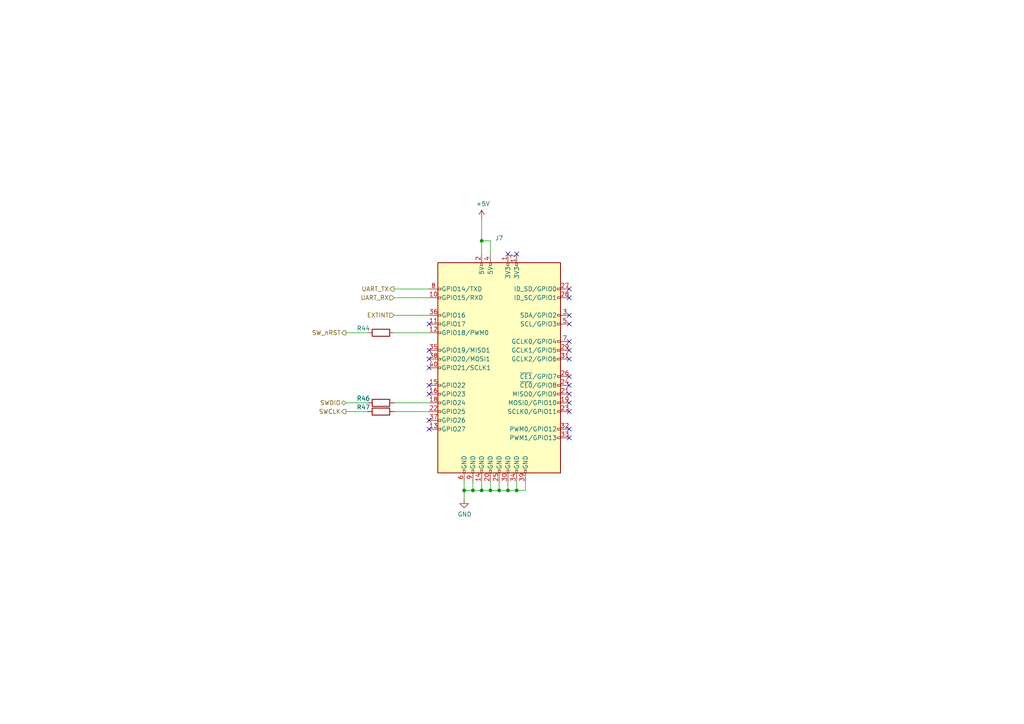
<source format=kicad_sch>
(kicad_sch (version 20211123) (generator eeschema)
  (paper "A4")
  (lib_symbols
    (symbol "Connector:Raspberry_Pi_2_3" (pin_names (offset 1.016))
      (property "Reference" "J" (at -17.78 31.75 0))
      (property "Value" "Raspberry_Pi_2_3" (at 10.16 -31.75 0))
      (symbol "Raspberry_Pi_2_3_0_1"
        (rectangle (start -17.78 30.48) (end 17.78 -30.48) (stroke (width 0.254)) (fill (type background)))
      )
      (symbol "Raspberry_Pi_2_3_1_1"
        (rectangle (start -16.891 -17.526) (end -17.78 -18.034))
        (rectangle (start -16.891 -14.986) (end -17.78 -15.494))
        (rectangle (start -16.891 -12.446) (end -17.78 -12.954))
        (rectangle (start -16.891 -9.906) (end -17.78 -10.414))
        (rectangle (start -16.891 -7.366) (end -17.78 -7.874))
        (rectangle (start -16.891 -4.826) (end -17.78 -5.334))
        (rectangle (start -16.891 0.254) (end -17.78 -0.254))
        (rectangle (start -16.891 2.794) (end -17.78 2.286))
        (rectangle (start -16.891 5.334) (end -17.78 4.826))
        (rectangle (start -16.891 10.414) (end -17.78 9.906))
        (rectangle (start -16.891 12.954) (end -17.78 12.446))
        (rectangle (start -16.891 15.494) (end -17.78 14.986))
        (rectangle (start -16.891 20.574) (end -17.78 20.066))
        (rectangle (start -16.891 23.114) (end -17.78 22.606))
        (rectangle (start -10.414 -29.591) (end -9.906 -30.48))
        (rectangle (start -7.874 -29.591) (end -7.366 -30.48))
        (rectangle (start -5.334 -29.591) (end -4.826 -30.48))
        (rectangle (start -5.334 30.48) (end -4.826 29.591))
        (rectangle (start -2.794 -29.591) (end -2.286 -30.48))
        (rectangle (start -2.794 30.48) (end -2.286 29.591))
        (rectangle (start -0.254 -29.591) (end 0.254 -30.48))
        (rectangle (start 2.286 -29.591) (end 2.794 -30.48))
        (rectangle (start 2.286 30.48) (end 2.794 29.591))
        (rectangle (start 4.826 -29.591) (end 5.334 -30.48))
        (rectangle (start 4.826 30.48) (end 5.334 29.591))
        (rectangle (start 7.366 -29.591) (end 7.874 -30.48))
        (rectangle (start 17.78 -20.066) (end 16.891 -20.574))
        (rectangle (start 17.78 -17.526) (end 16.891 -18.034))
        (rectangle (start 17.78 -12.446) (end 16.891 -12.954))
        (rectangle (start 17.78 -9.906) (end 16.891 -10.414))
        (rectangle (start 17.78 -7.366) (end 16.891 -7.874))
        (rectangle (start 17.78 -4.826) (end 16.891 -5.334))
        (rectangle (start 17.78 -2.286) (end 16.891 -2.794))
        (rectangle (start 17.78 2.794) (end 16.891 2.286))
        (rectangle (start 17.78 5.334) (end 16.891 4.826))
        (rectangle (start 17.78 7.874) (end 16.891 7.366))
        (rectangle (start 17.78 12.954) (end 16.891 12.446))
        (rectangle (start 17.78 15.494) (end 16.891 14.986))
        (rectangle (start 17.78 20.574) (end 16.891 20.066))
        (rectangle (start 17.78 23.114) (end 16.891 22.606))
        (pin power_in line (at 2.54 33.02 270) (length 2.54) (name "3V3") (number "1"))
        (pin bidirectional line (at -20.32 20.32 0) (length 2.54) (name "GPIO15/RXD") (number "10"))
        (pin bidirectional line (at -20.32 12.7 0) (length 2.54) (name "GPIO17") (number "11"))
        (pin bidirectional line (at -20.32 10.16 0) (length 2.54) (name "GPIO18/PWM0") (number "12"))
        (pin bidirectional line (at -20.32 -17.78 0) (length 2.54) (name "GPIO27") (number "13"))
        (pin power_in line (at -5.08 -33.02 90) (length 2.54) (name "GND") (number "14"))
        (pin bidirectional line (at -20.32 -5.08 0) (length 2.54) (name "GPIO22") (number "15"))
        (pin bidirectional line (at -20.32 -7.62 0) (length 2.54) (name "GPIO23") (number "16"))
        (pin power_in line (at 5.08 33.02 270) (length 2.54) (name "3V3") (number "17"))
        (pin bidirectional line (at -20.32 -10.16 0) (length 2.54) (name "GPIO24") (number "18"))
        (pin bidirectional line (at 20.32 -10.16 180) (length 2.54) (name "MOSI0/GPIO10") (number "19"))
        (pin power_in line (at -5.08 33.02 270) (length 2.54) (name "5V") (number "2"))
        (pin power_in line (at -2.54 -33.02 90) (length 2.54) (name "GND") (number "20"))
        (pin bidirectional line (at 20.32 -7.62 180) (length 2.54) (name "MISO0/GPIO9") (number "21"))
        (pin bidirectional line (at -20.32 -12.7 0) (length 2.54) (name "GPIO25") (number "22"))
        (pin bidirectional line (at 20.32 -12.7 180) (length 2.54) (name "SCLK0/GPIO11") (number "23"))
        (pin bidirectional line (at 20.32 -5.08 180) (length 2.54) (name "~{CE0}/GPIO8") (number "24"))
        (pin power_in line (at 0 -33.02 90) (length 2.54) (name "GND") (number "25"))
        (pin bidirectional line (at 20.32 -2.54 180) (length 2.54) (name "~{CE1}/GPIO7") (number "26"))
        (pin bidirectional line (at 20.32 22.86 180) (length 2.54) (name "ID_SD/GPIO0") (number "27"))
        (pin bidirectional line (at 20.32 20.32 180) (length 2.54) (name "ID_SC/GPIO1") (number "28"))
        (pin bidirectional line (at 20.32 5.08 180) (length 2.54) (name "GCLK1/GPIO5") (number "29"))
        (pin bidirectional line (at 20.32 15.24 180) (length 2.54) (name "SDA/GPIO2") (number "3"))
        (pin power_in line (at 2.54 -33.02 90) (length 2.54) (name "GND") (number "30"))
        (pin bidirectional line (at 20.32 2.54 180) (length 2.54) (name "GCLK2/GPIO6") (number "31"))
        (pin bidirectional line (at 20.32 -17.78 180) (length 2.54) (name "PWM0/GPIO12") (number "32"))
        (pin bidirectional line (at 20.32 -20.32 180) (length 2.54) (name "PWM1/GPIO13") (number "33"))
        (pin power_in line (at 5.08 -33.02 90) (length 2.54) (name "GND") (number "34"))
        (pin bidirectional line (at -20.32 5.08 0) (length 2.54) (name "GPIO19/MISO1") (number "35"))
        (pin bidirectional line (at -20.32 15.24 0) (length 2.54) (name "GPIO16") (number "36"))
        (pin bidirectional line (at -20.32 -15.24 0) (length 2.54) (name "GPIO26") (number "37"))
        (pin bidirectional line (at -20.32 2.54 0) (length 2.54) (name "GPIO20/MOSI1") (number "38"))
        (pin power_in line (at 7.62 -33.02 90) (length 2.54) (name "GND") (number "39"))
        (pin power_in line (at -2.54 33.02 270) (length 2.54) (name "5V") (number "4"))
        (pin bidirectional line (at -20.32 0 0) (length 2.54) (name "GPIO21/SCLK1") (number "40"))
        (pin bidirectional line (at 20.32 12.7 180) (length 2.54) (name "SCL/GPIO3") (number "5"))
        (pin power_in line (at -10.16 -33.02 90) (length 2.54) (name "GND") (number "6"))
        (pin bidirectional line (at 20.32 7.62 180) (length 2.54) (name "GCLK0/GPIO4") (number "7"))
        (pin bidirectional line (at -20.32 22.86 0) (length 2.54) (name "GPIO14/TXD") (number "8"))
        (pin power_in line (at -7.62 -33.02 90) (length 2.54) (name "GND") (number "9"))
      )
    )
    (symbol "Device:R" (pin_numbers hide) (pin_names (offset 0))
      (property "Reference" "R" (at 2.032 0 90))
      (property "Value" "R" (at 0 0 90))
      (symbol "R_0_1"
        (rectangle (start -1.016 -2.54) (end 1.016 2.54) (stroke (width 0.254)))
      )
      (symbol "R_1_1"
        (pin passive line (at 0 3.81 270) (length 1.27) (name "~") (number "1"))
        (pin passive line (at 0 -3.81 90) (length 1.27) (name "~") (number "2"))
      )
    )
    (symbol "power:+5V" (power) (pin_names (offset 0))
      (property "Value" "+5V" (at 0 3.556 0))
      (symbol "+5V_0_1"
        (polyline (pts (xy -0.762 1.27) (xy 0 2.54)))
        (polyline (pts (xy 0 0) (xy 0 2.54)))
        (polyline (pts (xy 0 2.54) (xy 0.762 1.27)))
      )
      (symbol "+5V_1_1"
        (pin power_in line (at 0 0 90) (length 0) hide (name "+5V") (number "1"))
      )
    )
    (symbol "power:GND" (power) (pin_names (offset 0))
      (property "Value" "GND" (at 0 -3.81 0))
      (symbol "GND_0_1"
        (polyline (pts (xy 0 0) (xy 0 -1.27) (xy 1.27 -1.27) (xy 0 -2.54) (xy -1.27 -1.27) (xy 0 -1.27)))
      )
      (symbol "GND_1_1"
        (pin power_in line (at 0 0 270) (length 0) hide (name "GND") (number "1"))
      )
    )
  )
  (junction (at 142.24 142.24))
  (junction (at 147.32 142.24))
  (junction (at 149.86 142.24))
  (junction (at 139.7 69.85))
  (junction (at 144.78 142.24))
  (junction (at 139.7 142.24))
  (junction (at 134.62 142.24))
  (junction (at 137.16 142.24))
  (no_connect (at 124.46 124.46))
  (no_connect (at 165.1 127))
  (no_connect (at 165.1 109.22))
  (no_connect (at 124.46 106.68))
  (no_connect (at 165.1 93.98))
  (no_connect (at 165.1 119.38))
  (no_connect (at 124.46 93.98))
  (no_connect (at 165.1 86.36))
  (no_connect (at 165.1 83.82))
  (no_connect (at 124.46 121.92))
  (no_connect (at 147.32 73.66))
  (no_connect (at 165.1 124.46))
  (no_connect (at 165.1 99.06))
  (no_connect (at 165.1 101.6))
  (no_connect (at 149.86 73.66))
  (no_connect (at 124.46 104.14))
  (no_connect (at 124.46 111.76))
  (no_connect (at 165.1 114.3))
  (no_connect (at 165.1 91.44))
  (no_connect (at 124.46 114.3))
  (no_connect (at 165.1 111.76))
  (no_connect (at 165.1 104.14))
  (no_connect (at 124.46 101.6))
  (no_connect (at 165.1 116.84))
  (wire (pts (xy 100.33 116.84) (xy 106.68 116.84)))
  (wire (pts (xy 139.7 139.7) (xy 139.7 142.24)))
  (wire (pts (xy 134.62 142.24) (xy 134.62 139.7)))
  (wire (pts (xy 124.46 96.52) (xy 114.3 96.52)))
  (wire (pts (xy 149.86 142.24) (xy 152.4 142.24)))
  (wire (pts (xy 149.86 139.7) (xy 149.86 142.24)))
  (wire (pts (xy 137.16 142.24) (xy 139.7 142.24)))
  (wire (pts (xy 147.32 139.7) (xy 147.32 142.24)))
  (wire (pts (xy 147.32 142.24) (xy 149.86 142.24)))
  (wire (pts (xy 124.46 83.82) (xy 114.3 83.82)))
  (wire (pts (xy 142.24 139.7) (xy 142.24 142.24)))
  (wire (pts (xy 144.78 139.7) (xy 144.78 142.24)))
  (wire (pts (xy 139.7 69.85) (xy 139.7 63.5)))
  (wire (pts (xy 139.7 142.24) (xy 142.24 142.24)))
  (wire (pts (xy 142.24 73.66) (xy 142.24 69.85)))
  (wire (pts (xy 142.24 69.85) (xy 139.7 69.85)))
  (wire (pts (xy 100.33 119.38) (xy 106.68 119.38)))
  (wire (pts (xy 134.62 142.24) (xy 137.16 142.24)))
  (wire (pts (xy 152.4 142.24) (xy 152.4 139.7)))
  (wire (pts (xy 124.46 91.44) (xy 114.3 91.44)))
  (wire (pts (xy 144.78 142.24) (xy 147.32 142.24)))
  (wire (pts (xy 137.16 139.7) (xy 137.16 142.24)))
  (wire (pts (xy 106.68 96.52) (xy 100.33 96.52)))
  (wire (pts (xy 124.46 116.84) (xy 114.3 116.84)))
  (wire (pts (xy 124.46 119.38) (xy 114.3 119.38)))
  (wire (pts (xy 124.46 86.36) (xy 114.3 86.36)))
  (wire (pts (xy 134.62 144.78) (xy 134.62 142.24)))
  (wire (pts (xy 139.7 73.66) (xy 139.7 69.85)))
  (wire (pts (xy 142.24 142.24) (xy 144.78 142.24)))
  (hierarchical_label "UART_TX" (shape output) (at 114.3 83.82 180))
  (hierarchical_label "SW_nRST" (shape output) (at 100.33 96.52 180))
  (hierarchical_label "EXTINT" (shape input) (at 114.3 91.44 180))
  (hierarchical_label "SWCLK" (shape output) (at 100.33 119.38 180))
  (hierarchical_label "UART_RX" (shape input) (at 114.3 86.36 180))
  (hierarchical_label "SWDIO" (shape bidirectional) (at 100.33 116.84 180))
  (symbol (lib_id "Connector:Raspberry_Pi_2_3") (at 144.78 106.68 0) (unit 1)
    (property "Reference" "J7" (at 144.78 69.0626 0))
    (property "Datasheet" "https://www.raspberrypi.org/documentation/hardware/raspberrypi/schematics/rpi_SCH_3bplus_1p0_reduced.pdf" (effects hide))
  )
  (symbol (lib_id "power:GND") (at 134.62 144.78 0) (unit 1)
    (property "Reference" "#PWR0105" (effects hide))
  )
  (symbol (lib_id "power:+5V") (at 139.7 63.5 0) (unit 1)
    (property "Reference" "#PWR0107" (effects hide))
  )
  (symbol (lib_id "Device:R") (at 110.49 116.84 270) (unit 1)
    (property "Reference" "R46" (at 105.41 115.57 90))
  )
  (symbol (lib_id "Device:R") (at 110.49 119.38 270) (unit 1)
    (property "Reference" "R47" (at 105.41 118.11 90))
  )
  (symbol (lib_id "Device:R") (at 110.49 96.52 270) (unit 1)
    (property "Reference" "R44" (at 105.41 95.25 90))
  )
)
</source>
